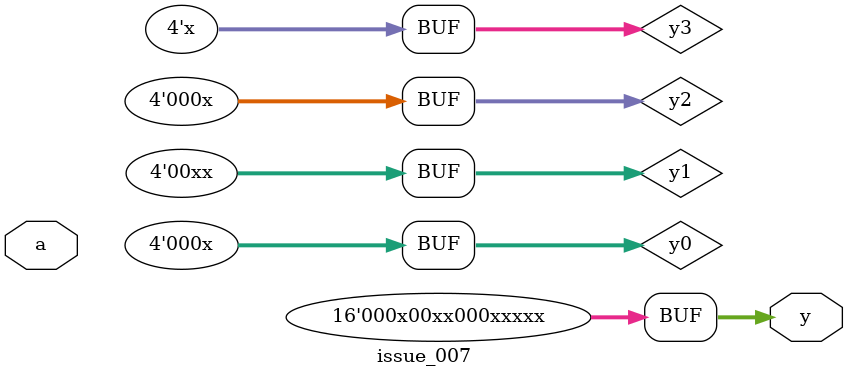
<source format=v>
module issue_007(a, y);
  input [3:0] a;
  wire [3:0] y0;
  wire [3:0] y1;
  wire [3:0] y2;
  wire [3:0] y3;
  output [15:0] y;
  assign y = {y0,y1,y2,y3};
  // constant evaluation of width-extension with undefs
  localparam [1:0] p0 = |(1/0);
  localparam [1:0] p1 = (|1)/(|0);
  assign y0 = p0;         // 4'b000x
  assign y1 = p1;         // 4'b00xx
  assign y2 = |(1/0);     // 4'b000x
  assign y3 = (|1)/(|0);  // 4'bxxxx
endmodule

</source>
